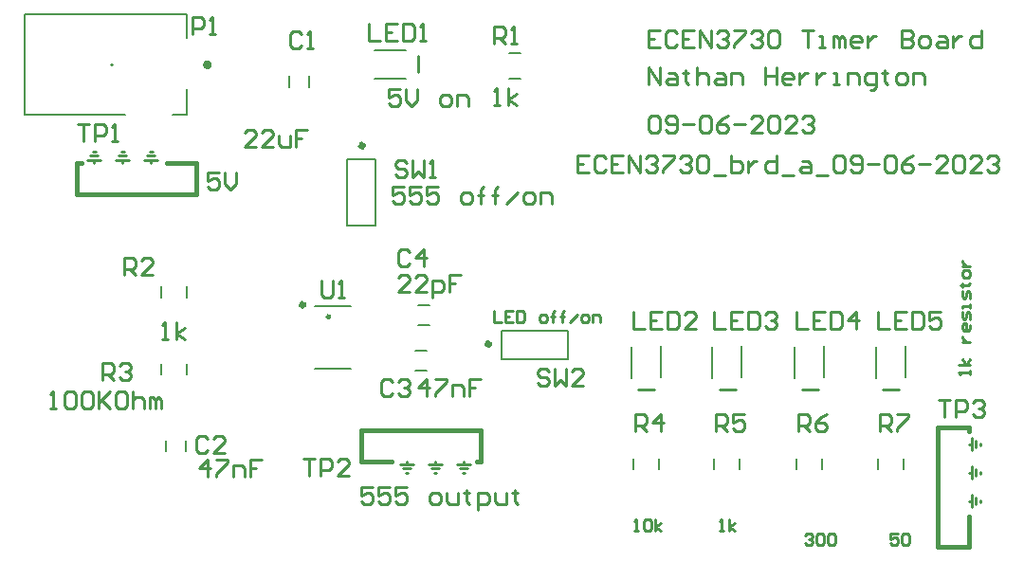
<source format=gto>
G04*
G04 #@! TF.GenerationSoftware,Altium Limited,Altium Designer,23.8.1 (32)*
G04*
G04 Layer_Color=65535*
%FSLAX44Y44*%
%MOMM*%
G71*
G04*
G04 #@! TF.SameCoordinates,EF1116E4-02E2-45A5-A5C3-51D3E917E2D0*
G04*
G04*
G04 #@! TF.FilePolarity,Positive*
G04*
G01*
G75*
%ADD10C,0.3000*%
%ADD11C,0.5080*%
%ADD12C,0.4000*%
%ADD13C,0.2000*%
%ADD14C,0.1999*%
%ADD15C,0.2540*%
%ADD16C,0.3810*%
%ADD17C,0.1524*%
%ADD18C,0.1270*%
D10*
X276336Y231902D02*
G03*
X276336Y231902I-1000J0D01*
G01*
D11*
X253400Y242570D02*
G03*
X253400Y242570I-1250J0D01*
G01*
X306465Y384583D02*
G03*
X306465Y384583I-1270J0D01*
G01*
X419327Y207405D02*
G03*
X419327Y207405I-1270J0D01*
G01*
D12*
X169188Y456946D02*
G03*
X169188Y456946I-2000J0D01*
G01*
D13*
X263398Y185674D02*
X295398D01*
X263402Y241046D02*
X295402D01*
D14*
X292100Y312999D02*
Y372801D01*
X317411D01*
Y312999D02*
Y372801D01*
X292100Y312999D02*
X317411D01*
X489641Y194310D02*
Y219621D01*
X429839D02*
X489641D01*
X429839Y194310D02*
Y219621D01*
Y194310D02*
X489641D01*
D15*
X339725Y100330D02*
X351155D01*
X345440D02*
Y102938D01*
X342265Y96520D02*
X348615D01*
X344228Y92710D02*
X346075D01*
X365125Y100330D02*
X376555D01*
X370840D02*
Y102938D01*
X367665Y96520D02*
X374015D01*
X369628Y92710D02*
X371475D01*
X390525Y100330D02*
X401955D01*
X396240D02*
Y102938D01*
X393065Y96520D02*
X399415D01*
X395028Y92710D02*
X396875D01*
X81510Y457200D02*
X81590D01*
X355346Y450596D02*
Y464820D01*
X770636Y166624D02*
X784860D01*
X698246D02*
X712470D01*
X552196D02*
X566420D01*
X65405Y379730D02*
X67252D01*
X62865Y375920D02*
X69215D01*
X66040Y369502D02*
Y372110D01*
X60325D02*
X71755D01*
X90805Y379730D02*
X92652D01*
X88265Y375920D02*
X94615D01*
X91440Y369502D02*
Y372110D01*
X85725D02*
X97155D01*
X116205Y379730D02*
X118052D01*
X113665Y375920D02*
X120015D01*
X116840Y369502D02*
Y372110D01*
X111125D02*
X122555D01*
X624586Y166624D02*
X638810D01*
X857250Y116898D02*
Y118745D01*
X853440Y114935D02*
Y121285D01*
X847022Y118110D02*
X849630D01*
Y112395D02*
Y123825D01*
X857250Y91498D02*
Y93345D01*
X853440Y89535D02*
Y95885D01*
X847022Y92710D02*
X849630D01*
Y86995D02*
Y98425D01*
X857250Y66098D02*
Y67945D01*
X853440Y64135D02*
Y70485D01*
X847022Y67310D02*
X849630D01*
Y61595D02*
Y73025D01*
X784011Y38097D02*
X777240D01*
Y33018D01*
X780626Y34711D01*
X782318D01*
X784011Y33018D01*
Y29633D01*
X782318Y27940D01*
X778933D01*
X777240Y29633D01*
X787397Y36404D02*
X789090Y38097D01*
X792475D01*
X794168Y36404D01*
Y29633D01*
X792475Y27940D01*
X789090D01*
X787397Y29633D01*
Y36404D01*
X701040D02*
X702733Y38097D01*
X706118D01*
X707811Y36404D01*
Y34711D01*
X706118Y33018D01*
X704426D01*
X706118D01*
X707811Y31326D01*
Y29633D01*
X706118Y27940D01*
X702733D01*
X701040Y29633D01*
X711197Y36404D02*
X712889Y38097D01*
X716275D01*
X717968Y36404D01*
Y29633D01*
X716275Y27940D01*
X712889D01*
X711197Y29633D01*
Y36404D01*
X721353D02*
X723046Y38097D01*
X726432D01*
X728125Y36404D01*
Y29633D01*
X726432Y27940D01*
X723046D01*
X721353Y29633D01*
Y36404D01*
X624840Y40640D02*
X628226D01*
X626533D01*
Y50797D01*
X624840Y49104D01*
X633304Y40640D02*
Y50797D01*
Y44026D02*
X638382Y47411D01*
X633304Y44026D02*
X638382Y40640D01*
X548640D02*
X552026D01*
X550333D01*
Y50797D01*
X548640Y49104D01*
X557104D02*
X558797Y50797D01*
X562182D01*
X563875Y49104D01*
Y42333D01*
X562182Y40640D01*
X558797D01*
X557104Y42333D01*
Y49104D01*
X567261Y40640D02*
Y50797D01*
Y44026D02*
X572339Y47411D01*
X567261Y44026D02*
X572339Y40640D01*
X339087Y435605D02*
X328930D01*
Y427988D01*
X334008Y430527D01*
X336548D01*
X339087Y427988D01*
Y422909D01*
X336548Y420370D01*
X331469D01*
X328930Y422909D01*
X344165Y435605D02*
Y425448D01*
X349243Y420370D01*
X354322Y425448D01*
Y435605D01*
X377174Y420370D02*
X382253D01*
X384792Y422909D01*
Y427988D01*
X382253Y430527D01*
X377174D01*
X374635Y427988D01*
Y422909D01*
X377174Y420370D01*
X389870D02*
Y430527D01*
X397488D01*
X400027Y427988D01*
Y420370D01*
X848360Y180340D02*
Y183726D01*
Y182033D01*
X838203D01*
X839896Y180340D01*
X848360Y188804D02*
X838203D01*
X844974D02*
X841589Y193882D01*
X844974Y188804D02*
X848360Y193882D01*
X841589Y209117D02*
X848360D01*
X844974D01*
X843282Y210810D01*
X841589Y212503D01*
Y214196D01*
X848360Y224352D02*
Y220967D01*
X846667Y219274D01*
X843282D01*
X841589Y220967D01*
Y224352D01*
X843282Y226045D01*
X844974D01*
Y219274D01*
X848360Y229431D02*
Y234509D01*
X846667Y236202D01*
X844974Y234509D01*
Y231124D01*
X843282Y229431D01*
X841589Y231124D01*
Y236202D01*
X848360Y239588D02*
Y242973D01*
Y241280D01*
X841589D01*
Y239588D01*
X848360Y248051D02*
Y253130D01*
X846667Y254823D01*
X844974Y253130D01*
Y249744D01*
X843282Y248051D01*
X841589Y249744D01*
Y254823D01*
X839896Y259901D02*
X841589D01*
Y258208D01*
Y261594D01*
Y259901D01*
X846667D01*
X848360Y261594D01*
Y268365D02*
Y271751D01*
X846667Y273443D01*
X843282D01*
X841589Y271751D01*
Y268365D01*
X843282Y266672D01*
X846667D01*
X848360Y268365D01*
X841589Y276829D02*
X848360D01*
X844974D01*
X843282Y278522D01*
X841589Y280215D01*
Y281907D01*
X314957Y80003D02*
X304800D01*
Y72386D01*
X309878Y74925D01*
X312418D01*
X314957Y72386D01*
Y67308D01*
X312418Y64768D01*
X307339D01*
X304800Y67308D01*
X330192Y80003D02*
X320035D01*
Y72386D01*
X325113Y74925D01*
X327653D01*
X330192Y72386D01*
Y67308D01*
X327653Y64768D01*
X322574D01*
X320035Y67308D01*
X345427Y80003D02*
X335270D01*
Y72386D01*
X340349Y74925D01*
X342888D01*
X345427Y72386D01*
Y67308D01*
X342888Y64768D01*
X337809D01*
X335270Y67308D01*
X368279Y64768D02*
X373358D01*
X375897Y67308D01*
Y72386D01*
X373358Y74925D01*
X368279D01*
X365740Y72386D01*
Y67308D01*
X368279Y64768D01*
X380975Y74925D02*
Y67308D01*
X383515Y64768D01*
X391132D01*
Y74925D01*
X398750Y77464D02*
Y74925D01*
X396210D01*
X401289D01*
X398750D01*
Y67308D01*
X401289Y64768D01*
X408906Y59690D02*
Y74925D01*
X416524D01*
X419063Y72386D01*
Y67308D01*
X416524Y64768D01*
X408906D01*
X424141Y74925D02*
Y67308D01*
X426681Y64768D01*
X434298D01*
Y74925D01*
X441916Y77464D02*
Y74925D01*
X439376D01*
X444455D01*
X441916D01*
Y67308D01*
X444455Y64768D01*
X422910Y237487D02*
Y227330D01*
X429681D01*
X439838Y237487D02*
X433067D01*
Y227330D01*
X439838D01*
X433067Y232408D02*
X436452D01*
X443223Y237487D02*
Y227330D01*
X448302D01*
X449995Y229023D01*
Y235794D01*
X448302Y237487D01*
X443223D01*
X465230Y227330D02*
X468615D01*
X470308Y229023D01*
Y232408D01*
X468615Y234101D01*
X465230D01*
X463537Y232408D01*
Y229023D01*
X465230Y227330D01*
X475386D02*
Y235794D01*
Y232408D01*
X473694D01*
X477079D01*
X475386D01*
Y235794D01*
X477079Y237487D01*
X483850Y227330D02*
Y235794D01*
Y232408D01*
X482158D01*
X485543D01*
X483850D01*
Y235794D01*
X485543Y237487D01*
X490621Y227330D02*
X497393Y234101D01*
X502471Y227330D02*
X505857D01*
X507549Y229023D01*
Y232408D01*
X505857Y234101D01*
X502471D01*
X500778Y232408D01*
Y229023D01*
X502471Y227330D01*
X510935D02*
Y234101D01*
X516013D01*
X517706Y232408D01*
Y227330D01*
X342897Y347975D02*
X332740D01*
Y340358D01*
X337818Y342897D01*
X340358D01*
X342897Y340358D01*
Y335279D01*
X340358Y332740D01*
X335279D01*
X332740Y335279D01*
X358132Y347975D02*
X347975D01*
Y340358D01*
X353053Y342897D01*
X355593D01*
X358132Y340358D01*
Y335279D01*
X355593Y332740D01*
X350514D01*
X347975Y335279D01*
X373367Y347975D02*
X363210D01*
Y340358D01*
X368288Y342897D01*
X370828D01*
X373367Y340358D01*
Y335279D01*
X370828Y332740D01*
X365749D01*
X363210Y335279D01*
X396219Y332740D02*
X401298D01*
X403837Y335279D01*
Y340358D01*
X401298Y342897D01*
X396219D01*
X393680Y340358D01*
Y335279D01*
X396219Y332740D01*
X411455D02*
Y345436D01*
Y340358D01*
X408915D01*
X413994D01*
X411455D01*
Y345436D01*
X413994Y347975D01*
X424150Y332740D02*
Y345436D01*
Y340358D01*
X421611D01*
X426690D01*
X424150D01*
Y345436D01*
X426690Y347975D01*
X434307Y332740D02*
X444464Y342897D01*
X452081Y332740D02*
X457160D01*
X459699Y335279D01*
Y340358D01*
X457160Y342897D01*
X452081D01*
X449542Y340358D01*
Y335279D01*
X452081Y332740D01*
X464777D02*
Y342897D01*
X472395D01*
X474934Y340358D01*
Y332740D01*
X177797Y360675D02*
X167640D01*
Y353058D01*
X172718Y355597D01*
X175257D01*
X177797Y353058D01*
Y347979D01*
X175257Y345440D01*
X170179D01*
X167640Y347979D01*
X182875Y360675D02*
Y350518D01*
X187953Y345440D01*
X193032Y350518D01*
Y360675D01*
X507997Y375914D02*
X497840D01*
Y360679D01*
X507997D01*
X497840Y368297D02*
X502918D01*
X523232Y373375D02*
X520693Y375914D01*
X515614D01*
X513075Y373375D01*
Y363218D01*
X515614Y360679D01*
X520693D01*
X523232Y363218D01*
X538467Y375914D02*
X528310D01*
Y360679D01*
X538467D01*
X528310Y368297D02*
X533388D01*
X543545Y360679D02*
Y375914D01*
X553702Y360679D01*
Y375914D01*
X558780Y373375D02*
X561320Y375914D01*
X566398D01*
X568937Y373375D01*
Y370836D01*
X566398Y368297D01*
X563859D01*
X566398D01*
X568937Y365757D01*
Y363218D01*
X566398Y360679D01*
X561320D01*
X558780Y363218D01*
X574015Y375914D02*
X584172D01*
Y373375D01*
X574015Y363218D01*
Y360679D01*
X589250Y373375D02*
X591790Y375914D01*
X596868D01*
X599407Y373375D01*
Y370836D01*
X596868Y368297D01*
X594329D01*
X596868D01*
X599407Y365757D01*
Y363218D01*
X596868Y360679D01*
X591790D01*
X589250Y363218D01*
X604486Y373375D02*
X607025Y375914D01*
X612103D01*
X614642Y373375D01*
Y363218D01*
X612103Y360679D01*
X607025D01*
X604486Y363218D01*
Y373375D01*
X619721Y358140D02*
X629877D01*
X634956Y375914D02*
Y360679D01*
X642573D01*
X645112Y363218D01*
Y365757D01*
Y368297D01*
X642573Y370836D01*
X634956D01*
X650191D02*
Y360679D01*
Y365757D01*
X652730Y368297D01*
X655269Y370836D01*
X657808D01*
X675583Y375914D02*
Y360679D01*
X667965D01*
X665426Y363218D01*
Y368297D01*
X667965Y370836D01*
X675583D01*
X680661Y358140D02*
X690818D01*
X698435Y370836D02*
X703513D01*
X706053Y368297D01*
Y360679D01*
X698435D01*
X695896Y363218D01*
X698435Y365757D01*
X706053D01*
X711131Y358140D02*
X721288D01*
X726366Y373375D02*
X728905Y375914D01*
X733984D01*
X736523Y373375D01*
Y363218D01*
X733984Y360679D01*
X728905D01*
X726366Y363218D01*
Y373375D01*
X741601Y363218D02*
X744140Y360679D01*
X749219D01*
X751758Y363218D01*
Y373375D01*
X749219Y375914D01*
X744140D01*
X741601Y373375D01*
Y370836D01*
X744140Y368297D01*
X751758D01*
X756836D02*
X766993D01*
X772071Y373375D02*
X774611Y375914D01*
X779689D01*
X782228Y373375D01*
Y363218D01*
X779689Y360679D01*
X774611D01*
X772071Y363218D01*
Y373375D01*
X797463Y375914D02*
X792385Y373375D01*
X787306Y368297D01*
Y363218D01*
X789846Y360679D01*
X794924D01*
X797463Y363218D01*
Y365757D01*
X794924Y368297D01*
X787306D01*
X802541D02*
X812698D01*
X827933Y360679D02*
X817776D01*
X827933Y370836D01*
Y373375D01*
X825394Y375914D01*
X820316D01*
X817776Y373375D01*
X833012D02*
X835551Y375914D01*
X840629D01*
X843168Y373375D01*
Y363218D01*
X840629Y360679D01*
X835551D01*
X833012Y363218D01*
Y373375D01*
X858403Y360679D02*
X848247D01*
X858403Y370836D01*
Y373375D01*
X855864Y375914D01*
X850786D01*
X848247Y373375D01*
X863482D02*
X866021Y375914D01*
X871099D01*
X873639Y373375D01*
Y370836D01*
X871099Y368297D01*
X868560D01*
X871099D01*
X873639Y365757D01*
Y363218D01*
X871099Y360679D01*
X866021D01*
X863482Y363218D01*
X561340Y408936D02*
X563879Y411475D01*
X568957D01*
X571497Y408936D01*
Y398779D01*
X568957Y396240D01*
X563879D01*
X561340Y398779D01*
Y408936D01*
X576575Y398779D02*
X579114Y396240D01*
X584193D01*
X586732Y398779D01*
Y408936D01*
X584193Y411475D01*
X579114D01*
X576575Y408936D01*
Y406397D01*
X579114Y403857D01*
X586732D01*
X591810D02*
X601967D01*
X607045Y408936D02*
X609584Y411475D01*
X614663D01*
X617202Y408936D01*
Y398779D01*
X614663Y396240D01*
X609584D01*
X607045Y398779D01*
Y408936D01*
X632437Y411475D02*
X627359Y408936D01*
X622280Y403857D01*
Y398779D01*
X624819Y396240D01*
X629898D01*
X632437Y398779D01*
Y401318D01*
X629898Y403857D01*
X622280D01*
X637515D02*
X647672D01*
X662907Y396240D02*
X652750D01*
X662907Y406397D01*
Y408936D01*
X660368Y411475D01*
X655290D01*
X652750Y408936D01*
X667986D02*
X670525Y411475D01*
X675603D01*
X678142Y408936D01*
Y398779D01*
X675603Y396240D01*
X670525D01*
X667986Y398779D01*
Y408936D01*
X693377Y396240D02*
X683221D01*
X693377Y406397D01*
Y408936D01*
X690838Y411475D01*
X685760D01*
X683221Y408936D01*
X698456D02*
X700995Y411475D01*
X706073D01*
X708612Y408936D01*
Y406397D01*
X706073Y403857D01*
X703534D01*
X706073D01*
X708612Y401318D01*
Y398779D01*
X706073Y396240D01*
X700995D01*
X698456Y398779D01*
X561340Y439418D02*
Y454653D01*
X571497Y439418D01*
Y454653D01*
X579114Y449575D02*
X584193D01*
X586732Y447036D01*
Y439418D01*
X579114D01*
X576575Y441958D01*
X579114Y444497D01*
X586732D01*
X594349Y452114D02*
Y449575D01*
X591810D01*
X596889D01*
X594349D01*
Y441958D01*
X596889Y439418D01*
X604506Y454653D02*
Y439418D01*
Y447036D01*
X607045Y449575D01*
X612124D01*
X614663Y447036D01*
Y439418D01*
X622280Y449575D02*
X627359D01*
X629898Y447036D01*
Y439418D01*
X622280D01*
X619741Y441958D01*
X622280Y444497D01*
X629898D01*
X634976Y439418D02*
Y449575D01*
X642594D01*
X645133Y447036D01*
Y439418D01*
X665446Y454653D02*
Y439418D01*
Y447036D01*
X675603D01*
Y454653D01*
Y439418D01*
X688299D02*
X683221D01*
X680681Y441958D01*
Y447036D01*
X683221Y449575D01*
X688299D01*
X690838Y447036D01*
Y444497D01*
X680681D01*
X695917Y449575D02*
Y439418D01*
Y444497D01*
X698456Y447036D01*
X700995Y449575D01*
X703534D01*
X711152D02*
Y439418D01*
Y444497D01*
X713691Y447036D01*
X716230Y449575D01*
X718769D01*
X726387Y439418D02*
X731465D01*
X728926D01*
Y449575D01*
X726387D01*
X739082Y439418D02*
Y449575D01*
X746700D01*
X749239Y447036D01*
Y439418D01*
X759396Y434340D02*
X761935D01*
X764474Y436879D01*
Y449575D01*
X756857D01*
X754318Y447036D01*
Y441958D01*
X756857Y439418D01*
X764474D01*
X772092Y452114D02*
Y449575D01*
X769553D01*
X774631D01*
X772092D01*
Y441958D01*
X774631Y439418D01*
X784788D02*
X789866D01*
X792405Y441958D01*
Y447036D01*
X789866Y449575D01*
X784788D01*
X782249Y447036D01*
Y441958D01*
X784788Y439418D01*
X797484D02*
Y449575D01*
X805101D01*
X807640Y447036D01*
Y439418D01*
X571497Y487675D02*
X561340D01*
Y472440D01*
X571497D01*
X561340Y480057D02*
X566418D01*
X586732Y485136D02*
X584193Y487675D01*
X579114D01*
X576575Y485136D01*
Y474979D01*
X579114Y472440D01*
X584193D01*
X586732Y474979D01*
X601967Y487675D02*
X591810D01*
Y472440D01*
X601967D01*
X591810Y480057D02*
X596889D01*
X607045Y472440D02*
Y487675D01*
X617202Y472440D01*
Y487675D01*
X622280Y485136D02*
X624819Y487675D01*
X629898D01*
X632437Y485136D01*
Y482597D01*
X629898Y480057D01*
X627359D01*
X629898D01*
X632437Y477518D01*
Y474979D01*
X629898Y472440D01*
X624819D01*
X622280Y474979D01*
X637515Y487675D02*
X647672D01*
Y485136D01*
X637515Y474979D01*
Y472440D01*
X652750Y485136D02*
X655290Y487675D01*
X660368D01*
X662907Y485136D01*
Y482597D01*
X660368Y480057D01*
X657829D01*
X660368D01*
X662907Y477518D01*
Y474979D01*
X660368Y472440D01*
X655290D01*
X652750Y474979D01*
X667986Y485136D02*
X670525Y487675D01*
X675603D01*
X678142Y485136D01*
Y474979D01*
X675603Y472440D01*
X670525D01*
X667986Y474979D01*
Y485136D01*
X698456Y487675D02*
X708612D01*
X703534D01*
Y472440D01*
X713691D02*
X718769D01*
X716230D01*
Y482597D01*
X713691D01*
X726387Y472440D02*
Y482597D01*
X728926D01*
X731465Y480057D01*
Y472440D01*
Y480057D01*
X734004Y482597D01*
X736543Y480057D01*
Y472440D01*
X749239D02*
X744161D01*
X741622Y474979D01*
Y480057D01*
X744161Y482597D01*
X749239D01*
X751778Y480057D01*
Y477518D01*
X741622D01*
X756857Y482597D02*
Y472440D01*
Y477518D01*
X759396Y480057D01*
X761935Y482597D01*
X764474D01*
X787327Y487675D02*
Y472440D01*
X794944D01*
X797484Y474979D01*
Y477518D01*
X794944Y480057D01*
X787327D01*
X794944D01*
X797484Y482597D01*
Y485136D01*
X794944Y487675D01*
X787327D01*
X805101Y472440D02*
X810180D01*
X812719Y474979D01*
Y480057D01*
X810180Y482597D01*
X805101D01*
X802562Y480057D01*
Y474979D01*
X805101Y472440D01*
X820336Y482597D02*
X825415D01*
X827954Y480057D01*
Y472440D01*
X820336D01*
X817797Y474979D01*
X820336Y477518D01*
X827954D01*
X833032Y482597D02*
Y472440D01*
Y477518D01*
X835571Y480057D01*
X838111Y482597D01*
X840650D01*
X858424Y487675D02*
Y472440D01*
X850806D01*
X848267Y474979D01*
Y480057D01*
X850806Y482597D01*
X858424D01*
X347981Y289558D02*
X345442Y292097D01*
X340363D01*
X337824Y289558D01*
Y279402D01*
X340363Y276863D01*
X345442D01*
X347981Y279402D01*
X360677Y276863D02*
Y292097D01*
X353059Y284480D01*
X363216D01*
X347986Y254002D02*
X337829D01*
X347986Y264158D01*
Y266698D01*
X345447Y269237D01*
X340368D01*
X337829Y266698D01*
X363221Y254002D02*
X353064D01*
X363221Y264158D01*
Y266698D01*
X360682Y269237D01*
X355603D01*
X353064Y266698D01*
X368299Y248923D02*
Y264158D01*
X375917D01*
X378456Y261619D01*
Y256541D01*
X375917Y254002D01*
X368299D01*
X393691Y269237D02*
X383534D01*
Y261619D01*
X388613D01*
X383534D01*
Y254002D01*
X269243Y264158D02*
Y251462D01*
X271782Y248923D01*
X276861D01*
X279400Y251462D01*
Y264158D01*
X284478Y248923D02*
X289557D01*
X287018D01*
Y264158D01*
X284478Y261618D01*
X819912Y157983D02*
X830069D01*
X824990D01*
Y142748D01*
X835147D02*
Y157983D01*
X842765D01*
X845304Y155444D01*
Y150365D01*
X842765Y147826D01*
X835147D01*
X850382Y155444D02*
X852921Y157983D01*
X858000D01*
X860539Y155444D01*
Y152905D01*
X858000Y150365D01*
X855461D01*
X858000D01*
X860539Y147826D01*
Y145287D01*
X858000Y142748D01*
X852921D01*
X850382Y145287D01*
X252737Y105407D02*
X262893D01*
X257815D01*
Y90173D01*
X267972D02*
Y105407D01*
X275589D01*
X278128Y102868D01*
Y97790D01*
X275589Y95251D01*
X267972D01*
X293363Y90173D02*
X283207D01*
X293363Y100329D01*
Y102868D01*
X290824Y105407D01*
X285746D01*
X283207Y102868D01*
X51308Y403855D02*
X61465D01*
X56386D01*
Y388620D01*
X66543D02*
Y403855D01*
X74161D01*
X76700Y401316D01*
Y396237D01*
X74161Y393698D01*
X66543D01*
X81778Y388620D02*
X86856D01*
X84317D01*
Y403855D01*
X81778Y401316D01*
X472443Y182878D02*
X469904Y185417D01*
X464826D01*
X462287Y182878D01*
Y180339D01*
X464826Y177800D01*
X469904D01*
X472443Y175261D01*
Y172722D01*
X469904Y170182D01*
X464826D01*
X462287Y172722D01*
X477522Y185417D02*
Y170182D01*
X482600Y175261D01*
X487678Y170182D01*
Y185417D01*
X502913Y170182D02*
X492757D01*
X502913Y180339D01*
Y182878D01*
X500374Y185417D01*
X495296D01*
X492757Y182878D01*
X345443Y369568D02*
X342903Y372108D01*
X337825D01*
X335286Y369568D01*
Y367029D01*
X337825Y364490D01*
X342903D01*
X345443Y361951D01*
Y359412D01*
X342903Y356872D01*
X337825D01*
X335286Y359412D01*
X350521Y372108D02*
Y356872D01*
X355599Y361951D01*
X360678Y356872D01*
Y372108D01*
X365756Y356872D02*
X370834D01*
X368295D01*
Y372108D01*
X365756Y369568D01*
X767588Y129794D02*
Y145029D01*
X775206D01*
X777745Y142490D01*
Y137411D01*
X775206Y134872D01*
X767588D01*
X772666D02*
X777745Y129794D01*
X782823Y145029D02*
X792980D01*
Y142490D01*
X782823Y132333D01*
Y129794D01*
X695198D02*
Y145029D01*
X702815D01*
X705355Y142490D01*
Y137411D01*
X702815Y134872D01*
X695198D01*
X700276D02*
X705355Y129794D01*
X720590Y145029D02*
X715511Y142490D01*
X710433Y137411D01*
Y132333D01*
X712972Y129794D01*
X718051D01*
X720590Y132333D01*
Y134872D01*
X718051Y137411D01*
X710433D01*
X621538Y129794D02*
Y145029D01*
X629156D01*
X631695Y142490D01*
Y137411D01*
X629156Y134872D01*
X621538D01*
X626616D02*
X631695Y129794D01*
X646930Y145029D02*
X636773D01*
Y137411D01*
X641851Y139951D01*
X644391D01*
X646930Y137411D01*
Y132333D01*
X644391Y129794D01*
X639312D01*
X636773Y132333D01*
X549148Y129794D02*
Y145029D01*
X556766D01*
X559305Y142490D01*
Y137411D01*
X556766Y134872D01*
X549148D01*
X554226D02*
X559305Y129794D01*
X572001D02*
Y145029D01*
X564383Y137411D01*
X574540D01*
X73664Y175263D02*
Y190497D01*
X81282D01*
X83821Y187958D01*
Y182880D01*
X81282Y180341D01*
X73664D01*
X78742D02*
X83821Y175263D01*
X88899Y187958D02*
X91438Y190497D01*
X96517D01*
X99056Y187958D01*
Y185419D01*
X96517Y182880D01*
X93977D01*
X96517D01*
X99056Y180341D01*
Y177802D01*
X96517Y175263D01*
X91438D01*
X88899Y177802D01*
X26686Y149862D02*
X31764D01*
X29225D01*
Y165098D01*
X26686Y162558D01*
X39382D02*
X41921Y165098D01*
X46999D01*
X49539Y162558D01*
Y152402D01*
X46999Y149862D01*
X41921D01*
X39382Y152402D01*
Y162558D01*
X54617D02*
X57156Y165098D01*
X62235D01*
X64774Y162558D01*
Y152402D01*
X62235Y149862D01*
X57156D01*
X54617Y152402D01*
Y162558D01*
X69852Y165098D02*
Y149862D01*
Y154941D01*
X80009Y165098D01*
X72391Y157480D01*
X80009Y149862D01*
X92705Y165098D02*
X87626D01*
X85087Y162558D01*
Y152402D01*
X87626Y149862D01*
X92705D01*
X95244Y152402D01*
Y162558D01*
X92705Y165098D01*
X100322D02*
Y149862D01*
Y157480D01*
X102861Y160019D01*
X107940D01*
X110479Y157480D01*
Y149862D01*
X115557D02*
Y160019D01*
X118097D01*
X120636Y157480D01*
Y149862D01*
Y157480D01*
X123175Y160019D01*
X125714Y157480D01*
Y149862D01*
X92714Y269242D02*
Y284478D01*
X100332D01*
X102871Y281938D01*
Y276860D01*
X100332Y274321D01*
X92714D01*
X97793D02*
X102871Y269242D01*
X118106D02*
X107949D01*
X118106Y279399D01*
Y281938D01*
X115567Y284478D01*
X110488D01*
X107949Y281938D01*
X127003Y212029D02*
X132082D01*
X129543D01*
Y227264D01*
X127003Y224725D01*
X139699Y212029D02*
Y227264D01*
Y217107D02*
X147317Y222186D01*
X139699Y217107D02*
X147317Y212029D01*
X422910Y475742D02*
Y490977D01*
X430527D01*
X433067Y488438D01*
Y483359D01*
X430527Y480820D01*
X422910D01*
X427988D02*
X433067Y475742D01*
X438145D02*
X443223D01*
X440684D01*
Y490977D01*
X438145Y488438D01*
X422910Y420878D02*
X427988D01*
X425449D01*
Y436113D01*
X422910Y433574D01*
X435606Y420878D02*
Y436113D01*
Y425956D02*
X443223Y431035D01*
X435606Y425956D02*
X443223Y420878D01*
X153673Y484380D02*
Y499616D01*
X161291D01*
X163830Y497076D01*
Y491998D01*
X161291Y489459D01*
X153673D01*
X168908Y484380D02*
X173987D01*
X171448D01*
Y499616D01*
X168908Y497076D01*
X766064Y236215D02*
Y220980D01*
X776221D01*
X791456Y236215D02*
X781299D01*
Y220980D01*
X791456D01*
X781299Y228598D02*
X786377D01*
X796534Y236215D02*
Y220980D01*
X804152D01*
X806691Y223519D01*
Y233676D01*
X804152Y236215D01*
X796534D01*
X821926D02*
X811769D01*
Y228598D01*
X816848Y231137D01*
X819387D01*
X821926Y228598D01*
Y223519D01*
X819387Y220980D01*
X814308D01*
X811769Y223519D01*
X693674Y236215D02*
Y220980D01*
X703831D01*
X719066Y236215D02*
X708909D01*
Y220980D01*
X719066D01*
X708909Y228598D02*
X713987D01*
X724144Y236215D02*
Y220980D01*
X731762D01*
X734301Y223519D01*
Y233676D01*
X731762Y236215D01*
X724144D01*
X746997Y220980D02*
Y236215D01*
X739379Y228598D01*
X749536D01*
X620014Y236215D02*
Y220980D01*
X630171D01*
X645406Y236215D02*
X635249D01*
Y220980D01*
X645406D01*
X635249Y228598D02*
X640327D01*
X650484Y236215D02*
Y220980D01*
X658102D01*
X660641Y223519D01*
Y233676D01*
X658102Y236215D01*
X650484D01*
X665719Y233676D02*
X668258Y236215D01*
X673337D01*
X675876Y233676D01*
Y231137D01*
X673337Y228598D01*
X670798D01*
X673337D01*
X675876Y226058D01*
Y223519D01*
X673337Y220980D01*
X668258D01*
X665719Y223519D01*
X547624Y236215D02*
Y220980D01*
X557781D01*
X573016Y236215D02*
X562859D01*
Y220980D01*
X573016D01*
X562859Y228598D02*
X567937D01*
X578094Y236215D02*
Y220980D01*
X585712D01*
X588251Y223519D01*
Y233676D01*
X585712Y236215D01*
X578094D01*
X603486Y220980D02*
X593329D01*
X603486Y231137D01*
Y233676D01*
X600947Y236215D01*
X595868D01*
X593329Y233676D01*
X311150Y493771D02*
Y478536D01*
X321307D01*
X336542Y493771D02*
X326385D01*
Y478536D01*
X336542D01*
X326385Y486153D02*
X331463D01*
X341620Y493771D02*
Y478536D01*
X349238D01*
X351777Y481075D01*
Y491232D01*
X349238Y493771D01*
X341620D01*
X356855Y478536D02*
X361934D01*
X359394D01*
Y493771D01*
X356855Y491232D01*
X332741Y173988D02*
X330202Y176528D01*
X325123D01*
X322584Y173988D01*
Y163832D01*
X325123Y161292D01*
X330202D01*
X332741Y163832D01*
X337819Y173988D02*
X340358Y176528D01*
X345437D01*
X347976Y173988D01*
Y171449D01*
X345437Y168910D01*
X342897D01*
X345437D01*
X347976Y166371D01*
Y163832D01*
X345437Y161292D01*
X340358D01*
X337819Y163832D01*
X363227Y161292D02*
Y176528D01*
X355609Y168910D01*
X365766D01*
X370844Y176528D02*
X381001D01*
Y173988D01*
X370844Y163832D01*
Y161292D01*
X386079D02*
Y171449D01*
X393697D01*
X396236Y168910D01*
Y161292D01*
X411471Y176528D02*
X401314D01*
Y168910D01*
X406393D01*
X401314D01*
Y161292D01*
X167133Y122934D02*
X164594Y125473D01*
X159515D01*
X156976Y122934D01*
Y112778D01*
X159515Y110239D01*
X164594D01*
X167133Y112778D01*
X182368Y110239D02*
X172211D01*
X182368Y120395D01*
Y122934D01*
X179829Y125473D01*
X174750D01*
X172211Y122934D01*
X167647Y88903D02*
Y104137D01*
X160029Y96520D01*
X170186D01*
X175264Y104137D02*
X185421D01*
Y101598D01*
X175264Y91442D01*
Y88903D01*
X190499D02*
Y99059D01*
X198117D01*
X200656Y96520D01*
Y88903D01*
X215891Y104137D02*
X205734D01*
Y96520D01*
X210813D01*
X205734D01*
Y88903D01*
X251457Y484120D02*
X248918Y486659D01*
X243839D01*
X241300Y484120D01*
Y473963D01*
X243839Y471424D01*
X248918D01*
X251457Y473963D01*
X256535Y471424D02*
X261613D01*
X259074D01*
Y486659D01*
X256535Y484120D01*
X210826Y383543D02*
X200669D01*
X210826Y393699D01*
Y396238D01*
X208287Y398778D01*
X203208D01*
X200669Y396238D01*
X226061Y383543D02*
X215904D01*
X226061Y393699D01*
Y396238D01*
X223522Y398778D01*
X218443D01*
X215904Y396238D01*
X231139Y393699D02*
Y386082D01*
X233678Y383543D01*
X241296D01*
Y393699D01*
X256531Y398778D02*
X246374D01*
Y391160D01*
X251453D01*
X246374D01*
Y383543D01*
D16*
X304800Y102870D02*
X331470D01*
X304800D02*
Y130810D01*
X407670Y102870D02*
X411480D01*
Y130810D01*
X304800D02*
X411480D01*
X50800Y341630D02*
X157480D01*
X50800D02*
Y369570D01*
X54610D01*
X157480Y341630D02*
Y369570D01*
X130810D02*
X157480D01*
X819150Y26670D02*
Y133350D01*
X847090D01*
Y129540D02*
Y133350D01*
X819150Y26670D02*
X847090D01*
Y53340D01*
D17*
X148560Y249174D02*
Y258826D01*
X125760Y249174D02*
Y258826D01*
X353314Y184150D02*
X362966D01*
X353314Y201930D02*
X362966D01*
X355854Y224790D02*
X365506D01*
X355854Y242570D02*
X365506D01*
X240030Y437388D02*
Y447040D01*
X257810Y437388D02*
Y447040D01*
X130399Y111760D02*
Y121412D01*
X148179Y111760D02*
Y121412D01*
X148560Y180467D02*
Y190119D01*
X125760Y180467D02*
Y190119D01*
X316484Y470200D02*
X344424D01*
X316738Y444200D02*
X344678D01*
X765840Y95758D02*
Y105410D01*
X788640Y95758D02*
Y105410D01*
X619790Y95758D02*
Y105410D01*
X642590Y95758D02*
Y105410D01*
X547400Y95758D02*
Y105410D01*
X570200Y95758D02*
Y105410D01*
X790240Y177546D02*
Y205486D01*
X764240Y177292D02*
Y205232D01*
X717850Y177546D02*
Y205486D01*
X691850Y177292D02*
Y205232D01*
X571800Y177546D02*
Y205486D01*
X545800Y177292D02*
Y205232D01*
X437134Y444530D02*
X446786D01*
X437134Y467330D02*
X446786D01*
X644190Y177546D02*
Y205486D01*
X618190Y177292D02*
Y205232D01*
X693450Y95758D02*
Y105410D01*
X716250Y95758D02*
Y105410D01*
D18*
X4510Y412200D02*
X94010D01*
X148510Y481330D02*
Y502200D01*
X4510D02*
X148510D01*
X4510Y412200D02*
Y502200D01*
X148510Y412200D02*
Y435102D01*
X136454Y412200D02*
X148510D01*
M02*

</source>
